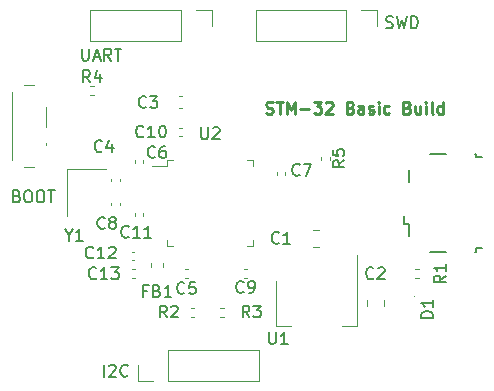
<source format=gbr>
%TF.GenerationSoftware,KiCad,Pcbnew,6.0.5-a6ca702e91~116~ubuntu20.04.1*%
%TF.CreationDate,2023-02-10T18:46:25+05:30*%
%TF.ProjectId,STM32_kicad,53544d33-325f-46b6-9963-61642e6b6963,rev?*%
%TF.SameCoordinates,Original*%
%TF.FileFunction,Legend,Top*%
%TF.FilePolarity,Positive*%
%FSLAX46Y46*%
G04 Gerber Fmt 4.6, Leading zero omitted, Abs format (unit mm)*
G04 Created by KiCad (PCBNEW 6.0.5-a6ca702e91~116~ubuntu20.04.1) date 2023-02-10 18:46:25*
%MOMM*%
%LPD*%
G01*
G04 APERTURE LIST*
%ADD10C,0.250000*%
%ADD11C,0.150000*%
%ADD12C,0.100000*%
%ADD13C,0.120000*%
G04 APERTURE END LIST*
D10*
X173750000Y-107904761D02*
X173892857Y-107952380D01*
X174130952Y-107952380D01*
X174226190Y-107904761D01*
X174273809Y-107857142D01*
X174321428Y-107761904D01*
X174321428Y-107666666D01*
X174273809Y-107571428D01*
X174226190Y-107523809D01*
X174130952Y-107476190D01*
X173940476Y-107428571D01*
X173845238Y-107380952D01*
X173797619Y-107333333D01*
X173750000Y-107238095D01*
X173750000Y-107142857D01*
X173797619Y-107047619D01*
X173845238Y-107000000D01*
X173940476Y-106952380D01*
X174178571Y-106952380D01*
X174321428Y-107000000D01*
X174607142Y-106952380D02*
X175178571Y-106952380D01*
X174892857Y-107952380D02*
X174892857Y-106952380D01*
X175511904Y-107952380D02*
X175511904Y-106952380D01*
X175845238Y-107666666D01*
X176178571Y-106952380D01*
X176178571Y-107952380D01*
X176654761Y-107571428D02*
X177416666Y-107571428D01*
X177797619Y-106952380D02*
X178416666Y-106952380D01*
X178083333Y-107333333D01*
X178226190Y-107333333D01*
X178321428Y-107380952D01*
X178369047Y-107428571D01*
X178416666Y-107523809D01*
X178416666Y-107761904D01*
X178369047Y-107857142D01*
X178321428Y-107904761D01*
X178226190Y-107952380D01*
X177940476Y-107952380D01*
X177845238Y-107904761D01*
X177797619Y-107857142D01*
X178797619Y-107047619D02*
X178845238Y-107000000D01*
X178940476Y-106952380D01*
X179178571Y-106952380D01*
X179273809Y-107000000D01*
X179321428Y-107047619D01*
X179369047Y-107142857D01*
X179369047Y-107238095D01*
X179321428Y-107380952D01*
X178750000Y-107952380D01*
X179369047Y-107952380D01*
X180892857Y-107428571D02*
X181035714Y-107476190D01*
X181083333Y-107523809D01*
X181130952Y-107619047D01*
X181130952Y-107761904D01*
X181083333Y-107857142D01*
X181035714Y-107904761D01*
X180940476Y-107952380D01*
X180559523Y-107952380D01*
X180559523Y-106952380D01*
X180892857Y-106952380D01*
X180988095Y-107000000D01*
X181035714Y-107047619D01*
X181083333Y-107142857D01*
X181083333Y-107238095D01*
X181035714Y-107333333D01*
X180988095Y-107380952D01*
X180892857Y-107428571D01*
X180559523Y-107428571D01*
X181988095Y-107952380D02*
X181988095Y-107428571D01*
X181940476Y-107333333D01*
X181845238Y-107285714D01*
X181654761Y-107285714D01*
X181559523Y-107333333D01*
X181988095Y-107904761D02*
X181892857Y-107952380D01*
X181654761Y-107952380D01*
X181559523Y-107904761D01*
X181511904Y-107809523D01*
X181511904Y-107714285D01*
X181559523Y-107619047D01*
X181654761Y-107571428D01*
X181892857Y-107571428D01*
X181988095Y-107523809D01*
X182416666Y-107904761D02*
X182511904Y-107952380D01*
X182702380Y-107952380D01*
X182797619Y-107904761D01*
X182845238Y-107809523D01*
X182845238Y-107761904D01*
X182797619Y-107666666D01*
X182702380Y-107619047D01*
X182559523Y-107619047D01*
X182464285Y-107571428D01*
X182416666Y-107476190D01*
X182416666Y-107428571D01*
X182464285Y-107333333D01*
X182559523Y-107285714D01*
X182702380Y-107285714D01*
X182797619Y-107333333D01*
X183273809Y-107952380D02*
X183273809Y-107285714D01*
X183273809Y-106952380D02*
X183226190Y-107000000D01*
X183273809Y-107047619D01*
X183321428Y-107000000D01*
X183273809Y-106952380D01*
X183273809Y-107047619D01*
X184178571Y-107904761D02*
X184083333Y-107952380D01*
X183892857Y-107952380D01*
X183797619Y-107904761D01*
X183750000Y-107857142D01*
X183702380Y-107761904D01*
X183702380Y-107476190D01*
X183750000Y-107380952D01*
X183797619Y-107333333D01*
X183892857Y-107285714D01*
X184083333Y-107285714D01*
X184178571Y-107333333D01*
X185702380Y-107428571D02*
X185845238Y-107476190D01*
X185892857Y-107523809D01*
X185940476Y-107619047D01*
X185940476Y-107761904D01*
X185892857Y-107857142D01*
X185845238Y-107904761D01*
X185750000Y-107952380D01*
X185369047Y-107952380D01*
X185369047Y-106952380D01*
X185702380Y-106952380D01*
X185797619Y-107000000D01*
X185845238Y-107047619D01*
X185892857Y-107142857D01*
X185892857Y-107238095D01*
X185845238Y-107333333D01*
X185797619Y-107380952D01*
X185702380Y-107428571D01*
X185369047Y-107428571D01*
X186797619Y-107285714D02*
X186797619Y-107952380D01*
X186369047Y-107285714D02*
X186369047Y-107809523D01*
X186416666Y-107904761D01*
X186511904Y-107952380D01*
X186654761Y-107952380D01*
X186750000Y-107904761D01*
X186797619Y-107857142D01*
X187273809Y-107952380D02*
X187273809Y-107285714D01*
X187273809Y-106952380D02*
X187226190Y-107000000D01*
X187273809Y-107047619D01*
X187321428Y-107000000D01*
X187273809Y-106952380D01*
X187273809Y-107047619D01*
X187892857Y-107952380D02*
X187797619Y-107904761D01*
X187750000Y-107809523D01*
X187750000Y-106952380D01*
X188702380Y-107952380D02*
X188702380Y-106952380D01*
X188702380Y-107904761D02*
X188607142Y-107952380D01*
X188416666Y-107952380D01*
X188321428Y-107904761D01*
X188273809Y-107857142D01*
X188226190Y-107761904D01*
X188226190Y-107476190D01*
X188273809Y-107380952D01*
X188321428Y-107333333D01*
X188416666Y-107285714D01*
X188607142Y-107285714D01*
X188702380Y-107333333D01*
D11*
X152642857Y-114928571D02*
X152785714Y-114976190D01*
X152833333Y-115023809D01*
X152880952Y-115119047D01*
X152880952Y-115261904D01*
X152833333Y-115357142D01*
X152785714Y-115404761D01*
X152690476Y-115452380D01*
X152309523Y-115452380D01*
X152309523Y-114452380D01*
X152642857Y-114452380D01*
X152738095Y-114500000D01*
X152785714Y-114547619D01*
X152833333Y-114642857D01*
X152833333Y-114738095D01*
X152785714Y-114833333D01*
X152738095Y-114880952D01*
X152642857Y-114928571D01*
X152309523Y-114928571D01*
X153500000Y-114452380D02*
X153690476Y-114452380D01*
X153785714Y-114500000D01*
X153880952Y-114595238D01*
X153928571Y-114785714D01*
X153928571Y-115119047D01*
X153880952Y-115309523D01*
X153785714Y-115404761D01*
X153690476Y-115452380D01*
X153500000Y-115452380D01*
X153404761Y-115404761D01*
X153309523Y-115309523D01*
X153261904Y-115119047D01*
X153261904Y-114785714D01*
X153309523Y-114595238D01*
X153404761Y-114500000D01*
X153500000Y-114452380D01*
X154547619Y-114452380D02*
X154738095Y-114452380D01*
X154833333Y-114500000D01*
X154928571Y-114595238D01*
X154976190Y-114785714D01*
X154976190Y-115119047D01*
X154928571Y-115309523D01*
X154833333Y-115404761D01*
X154738095Y-115452380D01*
X154547619Y-115452380D01*
X154452380Y-115404761D01*
X154357142Y-115309523D01*
X154309523Y-115119047D01*
X154309523Y-114785714D01*
X154357142Y-114595238D01*
X154452380Y-114500000D01*
X154547619Y-114452380D01*
X155261904Y-114452380D02*
X155833333Y-114452380D01*
X155547619Y-115452380D02*
X155547619Y-114452380D01*
X160023809Y-130202380D02*
X160023809Y-129202380D01*
X160452380Y-129297619D02*
X160500000Y-129250000D01*
X160595238Y-129202380D01*
X160833333Y-129202380D01*
X160928571Y-129250000D01*
X160976190Y-129297619D01*
X161023809Y-129392857D01*
X161023809Y-129488095D01*
X160976190Y-129630952D01*
X160404761Y-130202380D01*
X161023809Y-130202380D01*
X162023809Y-130107142D02*
X161976190Y-130154761D01*
X161833333Y-130202380D01*
X161738095Y-130202380D01*
X161595238Y-130154761D01*
X161500000Y-130059523D01*
X161452380Y-129964285D01*
X161404761Y-129773809D01*
X161404761Y-129630952D01*
X161452380Y-129440476D01*
X161500000Y-129345238D01*
X161595238Y-129250000D01*
X161738095Y-129202380D01*
X161833333Y-129202380D01*
X161976190Y-129250000D01*
X162023809Y-129297619D01*
X158154761Y-102452380D02*
X158154761Y-103261904D01*
X158202380Y-103357142D01*
X158250000Y-103404761D01*
X158345238Y-103452380D01*
X158535714Y-103452380D01*
X158630952Y-103404761D01*
X158678571Y-103357142D01*
X158726190Y-103261904D01*
X158726190Y-102452380D01*
X159154761Y-103166666D02*
X159630952Y-103166666D01*
X159059523Y-103452380D02*
X159392857Y-102452380D01*
X159726190Y-103452380D01*
X160630952Y-103452380D02*
X160297619Y-102976190D01*
X160059523Y-103452380D02*
X160059523Y-102452380D01*
X160440476Y-102452380D01*
X160535714Y-102500000D01*
X160583333Y-102547619D01*
X160630952Y-102642857D01*
X160630952Y-102785714D01*
X160583333Y-102880952D01*
X160535714Y-102928571D01*
X160440476Y-102976190D01*
X160059523Y-102976190D01*
X160916666Y-102452380D02*
X161488095Y-102452380D01*
X161202380Y-103452380D02*
X161202380Y-102452380D01*
X183892857Y-100654761D02*
X184035714Y-100702380D01*
X184273809Y-100702380D01*
X184369047Y-100654761D01*
X184416666Y-100607142D01*
X184464285Y-100511904D01*
X184464285Y-100416666D01*
X184416666Y-100321428D01*
X184369047Y-100273809D01*
X184273809Y-100226190D01*
X184083333Y-100178571D01*
X183988095Y-100130952D01*
X183940476Y-100083333D01*
X183892857Y-99988095D01*
X183892857Y-99892857D01*
X183940476Y-99797619D01*
X183988095Y-99750000D01*
X184083333Y-99702380D01*
X184321428Y-99702380D01*
X184464285Y-99750000D01*
X184797619Y-99702380D02*
X185035714Y-100702380D01*
X185226190Y-99988095D01*
X185416666Y-100702380D01*
X185654761Y-99702380D01*
X186035714Y-100702380D02*
X186035714Y-99702380D01*
X186273809Y-99702380D01*
X186416666Y-99750000D01*
X186511904Y-99845238D01*
X186559523Y-99940476D01*
X186607142Y-100130952D01*
X186607142Y-100273809D01*
X186559523Y-100464285D01*
X186511904Y-100559523D01*
X186416666Y-100654761D01*
X186273809Y-100702380D01*
X186035714Y-100702380D01*
%TO.C,D1*%
X187872380Y-125238095D02*
X186872380Y-125238095D01*
X186872380Y-125000000D01*
X186920000Y-124857142D01*
X187015238Y-124761904D01*
X187110476Y-124714285D01*
X187300952Y-124666666D01*
X187443809Y-124666666D01*
X187634285Y-124714285D01*
X187729523Y-124761904D01*
X187824761Y-124857142D01*
X187872380Y-125000000D01*
X187872380Y-125238095D01*
X187872380Y-123714285D02*
X187872380Y-124285714D01*
X187872380Y-124000000D02*
X186872380Y-124000000D01*
X187015238Y-124095238D01*
X187110476Y-124190476D01*
X187158095Y-124285714D01*
%TO.C,Y1*%
X157023809Y-118226190D02*
X157023809Y-118702380D01*
X156690476Y-117702380D02*
X157023809Y-118226190D01*
X157357142Y-117702380D01*
X158214285Y-118702380D02*
X157642857Y-118702380D01*
X157928571Y-118702380D02*
X157928571Y-117702380D01*
X157833333Y-117845238D01*
X157738095Y-117940476D01*
X157642857Y-117988095D01*
%TO.C,C8*%
X160083333Y-117607142D02*
X160035714Y-117654761D01*
X159892857Y-117702380D01*
X159797619Y-117702380D01*
X159654761Y-117654761D01*
X159559523Y-117559523D01*
X159511904Y-117464285D01*
X159464285Y-117273809D01*
X159464285Y-117130952D01*
X159511904Y-116940476D01*
X159559523Y-116845238D01*
X159654761Y-116750000D01*
X159797619Y-116702380D01*
X159892857Y-116702380D01*
X160035714Y-116750000D01*
X160083333Y-116797619D01*
X160654761Y-117130952D02*
X160559523Y-117083333D01*
X160511904Y-117035714D01*
X160464285Y-116940476D01*
X160464285Y-116892857D01*
X160511904Y-116797619D01*
X160559523Y-116750000D01*
X160654761Y-116702380D01*
X160845238Y-116702380D01*
X160940476Y-116750000D01*
X160988095Y-116797619D01*
X161035714Y-116892857D01*
X161035714Y-116940476D01*
X160988095Y-117035714D01*
X160940476Y-117083333D01*
X160845238Y-117130952D01*
X160654761Y-117130952D01*
X160559523Y-117178571D01*
X160511904Y-117226190D01*
X160464285Y-117321428D01*
X160464285Y-117511904D01*
X160511904Y-117607142D01*
X160559523Y-117654761D01*
X160654761Y-117702380D01*
X160845238Y-117702380D01*
X160940476Y-117654761D01*
X160988095Y-117607142D01*
X161035714Y-117511904D01*
X161035714Y-117321428D01*
X160988095Y-117226190D01*
X160940476Y-117178571D01*
X160845238Y-117130952D01*
%TO.C,C6*%
X164333333Y-111607142D02*
X164285714Y-111654761D01*
X164142857Y-111702380D01*
X164047619Y-111702380D01*
X163904761Y-111654761D01*
X163809523Y-111559523D01*
X163761904Y-111464285D01*
X163714285Y-111273809D01*
X163714285Y-111130952D01*
X163761904Y-110940476D01*
X163809523Y-110845238D01*
X163904761Y-110750000D01*
X164047619Y-110702380D01*
X164142857Y-110702380D01*
X164285714Y-110750000D01*
X164333333Y-110797619D01*
X165190476Y-110702380D02*
X165000000Y-110702380D01*
X164904761Y-110750000D01*
X164857142Y-110797619D01*
X164761904Y-110940476D01*
X164714285Y-111130952D01*
X164714285Y-111511904D01*
X164761904Y-111607142D01*
X164809523Y-111654761D01*
X164904761Y-111702380D01*
X165095238Y-111702380D01*
X165190476Y-111654761D01*
X165238095Y-111607142D01*
X165285714Y-111511904D01*
X165285714Y-111273809D01*
X165238095Y-111178571D01*
X165190476Y-111130952D01*
X165095238Y-111083333D01*
X164904761Y-111083333D01*
X164809523Y-111130952D01*
X164761904Y-111178571D01*
X164714285Y-111273809D01*
%TO.C,R4*%
X158833333Y-105282380D02*
X158500000Y-104806190D01*
X158261904Y-105282380D02*
X158261904Y-104282380D01*
X158642857Y-104282380D01*
X158738095Y-104330000D01*
X158785714Y-104377619D01*
X158833333Y-104472857D01*
X158833333Y-104615714D01*
X158785714Y-104710952D01*
X158738095Y-104758571D01*
X158642857Y-104806190D01*
X158261904Y-104806190D01*
X159690476Y-104615714D02*
X159690476Y-105282380D01*
X159452380Y-104234761D02*
X159214285Y-104949047D01*
X159833333Y-104949047D01*
%TO.C,C4*%
X159833333Y-111107142D02*
X159785714Y-111154761D01*
X159642857Y-111202380D01*
X159547619Y-111202380D01*
X159404761Y-111154761D01*
X159309523Y-111059523D01*
X159261904Y-110964285D01*
X159214285Y-110773809D01*
X159214285Y-110630952D01*
X159261904Y-110440476D01*
X159309523Y-110345238D01*
X159404761Y-110250000D01*
X159547619Y-110202380D01*
X159642857Y-110202380D01*
X159785714Y-110250000D01*
X159833333Y-110297619D01*
X160690476Y-110535714D02*
X160690476Y-111202380D01*
X160452380Y-110154761D02*
X160214285Y-110869047D01*
X160833333Y-110869047D01*
%TO.C,R5*%
X180372380Y-111906666D02*
X179896190Y-112240000D01*
X180372380Y-112478095D02*
X179372380Y-112478095D01*
X179372380Y-112097142D01*
X179420000Y-112001904D01*
X179467619Y-111954285D01*
X179562857Y-111906666D01*
X179705714Y-111906666D01*
X179800952Y-111954285D01*
X179848571Y-112001904D01*
X179896190Y-112097142D01*
X179896190Y-112478095D01*
X179372380Y-111001904D02*
X179372380Y-111478095D01*
X179848571Y-111525714D01*
X179800952Y-111478095D01*
X179753333Y-111382857D01*
X179753333Y-111144761D01*
X179800952Y-111049523D01*
X179848571Y-111001904D01*
X179943809Y-110954285D01*
X180181904Y-110954285D01*
X180277142Y-111001904D01*
X180324761Y-111049523D01*
X180372380Y-111144761D01*
X180372380Y-111382857D01*
X180324761Y-111478095D01*
X180277142Y-111525714D01*
%TO.C,C1*%
X174833333Y-118857142D02*
X174785714Y-118904761D01*
X174642857Y-118952380D01*
X174547619Y-118952380D01*
X174404761Y-118904761D01*
X174309523Y-118809523D01*
X174261904Y-118714285D01*
X174214285Y-118523809D01*
X174214285Y-118380952D01*
X174261904Y-118190476D01*
X174309523Y-118095238D01*
X174404761Y-118000000D01*
X174547619Y-117952380D01*
X174642857Y-117952380D01*
X174785714Y-118000000D01*
X174833333Y-118047619D01*
X175785714Y-118952380D02*
X175214285Y-118952380D01*
X175500000Y-118952380D02*
X175500000Y-117952380D01*
X175404761Y-118095238D01*
X175309523Y-118190476D01*
X175214285Y-118238095D01*
%TO.C,C9*%
X171833333Y-123017142D02*
X171785714Y-123064761D01*
X171642857Y-123112380D01*
X171547619Y-123112380D01*
X171404761Y-123064761D01*
X171309523Y-122969523D01*
X171261904Y-122874285D01*
X171214285Y-122683809D01*
X171214285Y-122540952D01*
X171261904Y-122350476D01*
X171309523Y-122255238D01*
X171404761Y-122160000D01*
X171547619Y-122112380D01*
X171642857Y-122112380D01*
X171785714Y-122160000D01*
X171833333Y-122207619D01*
X172309523Y-123112380D02*
X172500000Y-123112380D01*
X172595238Y-123064761D01*
X172642857Y-123017142D01*
X172738095Y-122874285D01*
X172785714Y-122683809D01*
X172785714Y-122302857D01*
X172738095Y-122207619D01*
X172690476Y-122160000D01*
X172595238Y-122112380D01*
X172404761Y-122112380D01*
X172309523Y-122160000D01*
X172261904Y-122207619D01*
X172214285Y-122302857D01*
X172214285Y-122540952D01*
X172261904Y-122636190D01*
X172309523Y-122683809D01*
X172404761Y-122731428D01*
X172595238Y-122731428D01*
X172690476Y-122683809D01*
X172738095Y-122636190D01*
X172785714Y-122540952D01*
%TO.C,C2*%
X182833333Y-121857142D02*
X182785714Y-121904761D01*
X182642857Y-121952380D01*
X182547619Y-121952380D01*
X182404761Y-121904761D01*
X182309523Y-121809523D01*
X182261904Y-121714285D01*
X182214285Y-121523809D01*
X182214285Y-121380952D01*
X182261904Y-121190476D01*
X182309523Y-121095238D01*
X182404761Y-121000000D01*
X182547619Y-120952380D01*
X182642857Y-120952380D01*
X182785714Y-121000000D01*
X182833333Y-121047619D01*
X183214285Y-121047619D02*
X183261904Y-121000000D01*
X183357142Y-120952380D01*
X183595238Y-120952380D01*
X183690476Y-121000000D01*
X183738095Y-121047619D01*
X183785714Y-121142857D01*
X183785714Y-121238095D01*
X183738095Y-121380952D01*
X183166666Y-121952380D01*
X183785714Y-121952380D01*
%TO.C,C7*%
X176583333Y-113107142D02*
X176535714Y-113154761D01*
X176392857Y-113202380D01*
X176297619Y-113202380D01*
X176154761Y-113154761D01*
X176059523Y-113059523D01*
X176011904Y-112964285D01*
X175964285Y-112773809D01*
X175964285Y-112630952D01*
X176011904Y-112440476D01*
X176059523Y-112345238D01*
X176154761Y-112250000D01*
X176297619Y-112202380D01*
X176392857Y-112202380D01*
X176535714Y-112250000D01*
X176583333Y-112297619D01*
X176916666Y-112202380D02*
X177583333Y-112202380D01*
X177154761Y-113202380D01*
%TO.C,U1*%
X173988095Y-126452380D02*
X173988095Y-127261904D01*
X174035714Y-127357142D01*
X174083333Y-127404761D01*
X174178571Y-127452380D01*
X174369047Y-127452380D01*
X174464285Y-127404761D01*
X174511904Y-127357142D01*
X174559523Y-127261904D01*
X174559523Y-126452380D01*
X175559523Y-127452380D02*
X174988095Y-127452380D01*
X175273809Y-127452380D02*
X175273809Y-126452380D01*
X175178571Y-126595238D01*
X175083333Y-126690476D01*
X174988095Y-126738095D01*
%TO.C,R1*%
X188952380Y-121666666D02*
X188476190Y-122000000D01*
X188952380Y-122238095D02*
X187952380Y-122238095D01*
X187952380Y-121857142D01*
X188000000Y-121761904D01*
X188047619Y-121714285D01*
X188142857Y-121666666D01*
X188285714Y-121666666D01*
X188380952Y-121714285D01*
X188428571Y-121761904D01*
X188476190Y-121857142D01*
X188476190Y-122238095D01*
X188952380Y-120714285D02*
X188952380Y-121285714D01*
X188952380Y-121000000D02*
X187952380Y-121000000D01*
X188095238Y-121095238D01*
X188190476Y-121190476D01*
X188238095Y-121285714D01*
%TO.C,C12*%
X159107142Y-120107142D02*
X159059523Y-120154761D01*
X158916666Y-120202380D01*
X158821428Y-120202380D01*
X158678571Y-120154761D01*
X158583333Y-120059523D01*
X158535714Y-119964285D01*
X158488095Y-119773809D01*
X158488095Y-119630952D01*
X158535714Y-119440476D01*
X158583333Y-119345238D01*
X158678571Y-119250000D01*
X158821428Y-119202380D01*
X158916666Y-119202380D01*
X159059523Y-119250000D01*
X159107142Y-119297619D01*
X160059523Y-120202380D02*
X159488095Y-120202380D01*
X159773809Y-120202380D02*
X159773809Y-119202380D01*
X159678571Y-119345238D01*
X159583333Y-119440476D01*
X159488095Y-119488095D01*
X160440476Y-119297619D02*
X160488095Y-119250000D01*
X160583333Y-119202380D01*
X160821428Y-119202380D01*
X160916666Y-119250000D01*
X160964285Y-119297619D01*
X161011904Y-119392857D01*
X161011904Y-119488095D01*
X160964285Y-119630952D01*
X160392857Y-120202380D01*
X161011904Y-120202380D01*
%TO.C,FB1*%
X163666666Y-122928571D02*
X163333333Y-122928571D01*
X163333333Y-123452380D02*
X163333333Y-122452380D01*
X163809523Y-122452380D01*
X164523809Y-122928571D02*
X164666666Y-122976190D01*
X164714285Y-123023809D01*
X164761904Y-123119047D01*
X164761904Y-123261904D01*
X164714285Y-123357142D01*
X164666666Y-123404761D01*
X164571428Y-123452380D01*
X164190476Y-123452380D01*
X164190476Y-122452380D01*
X164523809Y-122452380D01*
X164619047Y-122500000D01*
X164666666Y-122547619D01*
X164714285Y-122642857D01*
X164714285Y-122738095D01*
X164666666Y-122833333D01*
X164619047Y-122880952D01*
X164523809Y-122928571D01*
X164190476Y-122928571D01*
X165714285Y-123452380D02*
X165142857Y-123452380D01*
X165428571Y-123452380D02*
X165428571Y-122452380D01*
X165333333Y-122595238D01*
X165238095Y-122690476D01*
X165142857Y-122738095D01*
%TO.C,C13*%
X159357142Y-121857142D02*
X159309523Y-121904761D01*
X159166666Y-121952380D01*
X159071428Y-121952380D01*
X158928571Y-121904761D01*
X158833333Y-121809523D01*
X158785714Y-121714285D01*
X158738095Y-121523809D01*
X158738095Y-121380952D01*
X158785714Y-121190476D01*
X158833333Y-121095238D01*
X158928571Y-121000000D01*
X159071428Y-120952380D01*
X159166666Y-120952380D01*
X159309523Y-121000000D01*
X159357142Y-121047619D01*
X160309523Y-121952380D02*
X159738095Y-121952380D01*
X160023809Y-121952380D02*
X160023809Y-120952380D01*
X159928571Y-121095238D01*
X159833333Y-121190476D01*
X159738095Y-121238095D01*
X160642857Y-120952380D02*
X161261904Y-120952380D01*
X160928571Y-121333333D01*
X161071428Y-121333333D01*
X161166666Y-121380952D01*
X161214285Y-121428571D01*
X161261904Y-121523809D01*
X161261904Y-121761904D01*
X161214285Y-121857142D01*
X161166666Y-121904761D01*
X161071428Y-121952380D01*
X160785714Y-121952380D01*
X160690476Y-121904761D01*
X160642857Y-121857142D01*
%TO.C,C10*%
X163357142Y-109857142D02*
X163309523Y-109904761D01*
X163166666Y-109952380D01*
X163071428Y-109952380D01*
X162928571Y-109904761D01*
X162833333Y-109809523D01*
X162785714Y-109714285D01*
X162738095Y-109523809D01*
X162738095Y-109380952D01*
X162785714Y-109190476D01*
X162833333Y-109095238D01*
X162928571Y-109000000D01*
X163071428Y-108952380D01*
X163166666Y-108952380D01*
X163309523Y-109000000D01*
X163357142Y-109047619D01*
X164309523Y-109952380D02*
X163738095Y-109952380D01*
X164023809Y-109952380D02*
X164023809Y-108952380D01*
X163928571Y-109095238D01*
X163833333Y-109190476D01*
X163738095Y-109238095D01*
X164928571Y-108952380D02*
X165023809Y-108952380D01*
X165119047Y-109000000D01*
X165166666Y-109047619D01*
X165214285Y-109142857D01*
X165261904Y-109333333D01*
X165261904Y-109571428D01*
X165214285Y-109761904D01*
X165166666Y-109857142D01*
X165119047Y-109904761D01*
X165023809Y-109952380D01*
X164928571Y-109952380D01*
X164833333Y-109904761D01*
X164785714Y-109857142D01*
X164738095Y-109761904D01*
X164690476Y-109571428D01*
X164690476Y-109333333D01*
X164738095Y-109142857D01*
X164785714Y-109047619D01*
X164833333Y-109000000D01*
X164928571Y-108952380D01*
%TO.C,C11*%
X162107142Y-118357142D02*
X162059523Y-118404761D01*
X161916666Y-118452380D01*
X161821428Y-118452380D01*
X161678571Y-118404761D01*
X161583333Y-118309523D01*
X161535714Y-118214285D01*
X161488095Y-118023809D01*
X161488095Y-117880952D01*
X161535714Y-117690476D01*
X161583333Y-117595238D01*
X161678571Y-117500000D01*
X161821428Y-117452380D01*
X161916666Y-117452380D01*
X162059523Y-117500000D01*
X162107142Y-117547619D01*
X163059523Y-118452380D02*
X162488095Y-118452380D01*
X162773809Y-118452380D02*
X162773809Y-117452380D01*
X162678571Y-117595238D01*
X162583333Y-117690476D01*
X162488095Y-117738095D01*
X164011904Y-118452380D02*
X163440476Y-118452380D01*
X163726190Y-118452380D02*
X163726190Y-117452380D01*
X163630952Y-117595238D01*
X163535714Y-117690476D01*
X163440476Y-117738095D01*
%TO.C,C3*%
X163583333Y-107357142D02*
X163535714Y-107404761D01*
X163392857Y-107452380D01*
X163297619Y-107452380D01*
X163154761Y-107404761D01*
X163059523Y-107309523D01*
X163011904Y-107214285D01*
X162964285Y-107023809D01*
X162964285Y-106880952D01*
X163011904Y-106690476D01*
X163059523Y-106595238D01*
X163154761Y-106500000D01*
X163297619Y-106452380D01*
X163392857Y-106452380D01*
X163535714Y-106500000D01*
X163583333Y-106547619D01*
X163916666Y-106452380D02*
X164535714Y-106452380D01*
X164202380Y-106833333D01*
X164345238Y-106833333D01*
X164440476Y-106880952D01*
X164488095Y-106928571D01*
X164535714Y-107023809D01*
X164535714Y-107261904D01*
X164488095Y-107357142D01*
X164440476Y-107404761D01*
X164345238Y-107452380D01*
X164059523Y-107452380D01*
X163964285Y-107404761D01*
X163916666Y-107357142D01*
%TO.C,R2*%
X165333333Y-125202380D02*
X165000000Y-124726190D01*
X164761904Y-125202380D02*
X164761904Y-124202380D01*
X165142857Y-124202380D01*
X165238095Y-124250000D01*
X165285714Y-124297619D01*
X165333333Y-124392857D01*
X165333333Y-124535714D01*
X165285714Y-124630952D01*
X165238095Y-124678571D01*
X165142857Y-124726190D01*
X164761904Y-124726190D01*
X165714285Y-124297619D02*
X165761904Y-124250000D01*
X165857142Y-124202380D01*
X166095238Y-124202380D01*
X166190476Y-124250000D01*
X166238095Y-124297619D01*
X166285714Y-124392857D01*
X166285714Y-124488095D01*
X166238095Y-124630952D01*
X165666666Y-125202380D01*
X166285714Y-125202380D01*
%TO.C,U2*%
X168238095Y-109102380D02*
X168238095Y-109911904D01*
X168285714Y-110007142D01*
X168333333Y-110054761D01*
X168428571Y-110102380D01*
X168619047Y-110102380D01*
X168714285Y-110054761D01*
X168761904Y-110007142D01*
X168809523Y-109911904D01*
X168809523Y-109102380D01*
X169238095Y-109197619D02*
X169285714Y-109150000D01*
X169380952Y-109102380D01*
X169619047Y-109102380D01*
X169714285Y-109150000D01*
X169761904Y-109197619D01*
X169809523Y-109292857D01*
X169809523Y-109388095D01*
X169761904Y-109530952D01*
X169190476Y-110102380D01*
X169809523Y-110102380D01*
%TO.C,R3*%
X172333333Y-125202380D02*
X172000000Y-124726190D01*
X171761904Y-125202380D02*
X171761904Y-124202380D01*
X172142857Y-124202380D01*
X172238095Y-124250000D01*
X172285714Y-124297619D01*
X172333333Y-124392857D01*
X172333333Y-124535714D01*
X172285714Y-124630952D01*
X172238095Y-124678571D01*
X172142857Y-124726190D01*
X171761904Y-124726190D01*
X172666666Y-124202380D02*
X173285714Y-124202380D01*
X172952380Y-124583333D01*
X173095238Y-124583333D01*
X173190476Y-124630952D01*
X173238095Y-124678571D01*
X173285714Y-124773809D01*
X173285714Y-125011904D01*
X173238095Y-125107142D01*
X173190476Y-125154761D01*
X173095238Y-125202380D01*
X172809523Y-125202380D01*
X172714285Y-125154761D01*
X172666666Y-125107142D01*
%TO.C,C5*%
X166833333Y-123107142D02*
X166785714Y-123154761D01*
X166642857Y-123202380D01*
X166547619Y-123202380D01*
X166404761Y-123154761D01*
X166309523Y-123059523D01*
X166261904Y-122964285D01*
X166214285Y-122773809D01*
X166214285Y-122630952D01*
X166261904Y-122440476D01*
X166309523Y-122345238D01*
X166404761Y-122250000D01*
X166547619Y-122202380D01*
X166642857Y-122202380D01*
X166785714Y-122250000D01*
X166833333Y-122297619D01*
X167738095Y-122202380D02*
X167261904Y-122202380D01*
X167214285Y-122678571D01*
X167261904Y-122630952D01*
X167357142Y-122583333D01*
X167595238Y-122583333D01*
X167690476Y-122630952D01*
X167738095Y-122678571D01*
X167785714Y-122773809D01*
X167785714Y-123011904D01*
X167738095Y-123107142D01*
X167690476Y-123154761D01*
X167595238Y-123202380D01*
X167357142Y-123202380D01*
X167261904Y-123154761D01*
X167214285Y-123107142D01*
D12*
%TO.C,D1*%
X186300000Y-123410000D02*
G75*
G03*
X186300000Y-123410000I-50000J0D01*
G01*
D13*
%TO.C,SW1*%
X154070000Y-105550000D02*
X153280000Y-105550000D01*
X155120000Y-107400000D02*
X155120000Y-109100000D01*
X155120000Y-110400000D02*
X155120000Y-110600000D01*
X152270000Y-106150000D02*
X152270000Y-111850000D01*
X153280000Y-112450000D02*
X154070000Y-112450000D01*
%TO.C,Y1*%
X156850000Y-112600000D02*
X156850000Y-116600000D01*
X160150000Y-112600000D02*
X156850000Y-112600000D01*
%TO.C,C8*%
X160640000Y-115707836D02*
X160640000Y-115492164D01*
X161360000Y-115707836D02*
X161360000Y-115492164D01*
%TO.C,J3*%
X181800000Y-99170000D02*
X183130000Y-99170000D01*
X183130000Y-99170000D02*
X183130000Y-100500000D01*
X180530000Y-99170000D02*
X180530000Y-101830000D01*
X180530000Y-101830000D02*
X172850000Y-101830000D01*
X180530000Y-99170000D02*
X172850000Y-99170000D01*
X172850000Y-99170000D02*
X172850000Y-101830000D01*
%TO.C,C6*%
X162640000Y-112107836D02*
X162640000Y-111892164D01*
X163360000Y-112107836D02*
X163360000Y-111892164D01*
%TO.C,R4*%
X158846359Y-105620000D02*
X159153641Y-105620000D01*
X158846359Y-106380000D02*
X159153641Y-106380000D01*
%TO.C,C4*%
X160640000Y-113687836D02*
X160640000Y-113472164D01*
X161360000Y-113687836D02*
X161360000Y-113472164D01*
%TO.C,R5*%
X179130000Y-111586359D02*
X179130000Y-111893641D01*
X178370000Y-111586359D02*
X178370000Y-111893641D01*
%TO.C,C1*%
X177738748Y-119235000D02*
X178261252Y-119235000D01*
X177738748Y-117765000D02*
X178261252Y-117765000D01*
%TO.C,C9*%
X172107836Y-121860000D02*
X171892164Y-121860000D01*
X172107836Y-121140000D02*
X171892164Y-121140000D01*
%TO.C,C2*%
X182265000Y-124261252D02*
X182265000Y-123738748D01*
X183735000Y-124261252D02*
X183735000Y-123738748D01*
%TO.C,C7*%
X175360000Y-112892164D02*
X175360000Y-113107836D01*
X174640000Y-112892164D02*
X174640000Y-113107836D01*
%TO.C,U1*%
X181410000Y-125910000D02*
X180150000Y-125910000D01*
X174590000Y-122150000D02*
X174590000Y-125910000D01*
X174590000Y-125910000D02*
X175850000Y-125910000D01*
X181410000Y-119900000D02*
X181410000Y-125910000D01*
%TO.C,R1*%
X186346359Y-121880000D02*
X186653641Y-121880000D01*
X186346359Y-121120000D02*
X186653641Y-121120000D01*
%TO.C,C12*%
X162587836Y-120360000D02*
X162372164Y-120360000D01*
X162587836Y-119640000D02*
X162372164Y-119640000D01*
%TO.C,FB1*%
X163990000Y-120624721D02*
X163990000Y-120950279D01*
X165010000Y-120624721D02*
X165010000Y-120950279D01*
%TO.C,C13*%
X162412164Y-121860000D02*
X162627836Y-121860000D01*
X162412164Y-121140000D02*
X162627836Y-121140000D01*
%TO.C,J1*%
X164200000Y-130580000D02*
X162870000Y-130580000D01*
X165470000Y-130580000D02*
X165470000Y-127920000D01*
X162870000Y-130580000D02*
X162870000Y-129250000D01*
X165470000Y-130580000D02*
X173150000Y-130580000D01*
X165470000Y-127920000D02*
X173150000Y-127920000D01*
X173150000Y-130580000D02*
X173150000Y-127920000D01*
%TO.C,C10*%
X166392164Y-109140000D02*
X166607836Y-109140000D01*
X166392164Y-109860000D02*
X166607836Y-109860000D01*
%TO.C,C11*%
X162640000Y-116607836D02*
X162640000Y-116392164D01*
X163360000Y-116607836D02*
X163360000Y-116392164D01*
%TO.C,C3*%
X166359420Y-107510000D02*
X166640580Y-107510000D01*
X166359420Y-106490000D02*
X166640580Y-106490000D01*
%TO.C,J2*%
X166530000Y-101830000D02*
X158850000Y-101830000D01*
X166530000Y-99170000D02*
X158850000Y-99170000D01*
X167800000Y-99170000D02*
X169130000Y-99170000D01*
X166530000Y-99170000D02*
X166530000Y-101830000D01*
X158850000Y-99170000D02*
X158850000Y-101830000D01*
X169130000Y-99170000D02*
X169130000Y-100500000D01*
%TO.C,R2*%
X167653641Y-125130000D02*
X167346359Y-125130000D01*
X167653641Y-124370000D02*
X167346359Y-124370000D01*
%TO.C,U2*%
X165840000Y-119110000D02*
X165390000Y-119110000D01*
X165390000Y-112340000D02*
X164100000Y-112340000D01*
X172610000Y-111890000D02*
X172610000Y-112340000D01*
X165390000Y-119110000D02*
X165390000Y-118660000D01*
X172160000Y-119110000D02*
X172610000Y-119110000D01*
X165840000Y-111890000D02*
X165390000Y-111890000D01*
X172610000Y-119110000D02*
X172610000Y-118660000D01*
X165390000Y-111890000D02*
X165390000Y-112340000D01*
X172160000Y-111890000D02*
X172610000Y-111890000D01*
%TO.C,R3*%
X169846359Y-124370000D02*
X170153641Y-124370000D01*
X169846359Y-125130000D02*
X170153641Y-125130000D01*
%TO.C,C5*%
X166892164Y-121140000D02*
X167107836Y-121140000D01*
X166892164Y-121860000D02*
X167107836Y-121860000D01*
D11*
%TO.C,J4*%
X191545000Y-111355000D02*
X191395000Y-111355000D01*
X185420000Y-117305000D02*
X185845000Y-117305000D01*
X188995000Y-111355000D02*
X187595000Y-111355000D01*
X191395000Y-119655000D02*
X191545000Y-119655000D01*
X187595000Y-119655000D02*
X188995000Y-119655000D01*
X185420000Y-116580000D02*
X185420000Y-117305000D01*
X185845000Y-113705000D02*
X185845000Y-112705000D01*
X191545000Y-119355000D02*
X191995000Y-119355000D01*
X191545000Y-119655000D02*
X191545000Y-119355000D01*
X191545000Y-111655000D02*
X191545000Y-111355000D01*
X191995000Y-111655000D02*
X191545000Y-111655000D01*
X185845000Y-117305000D02*
X185845000Y-118305000D01*
%TD*%
M02*

</source>
